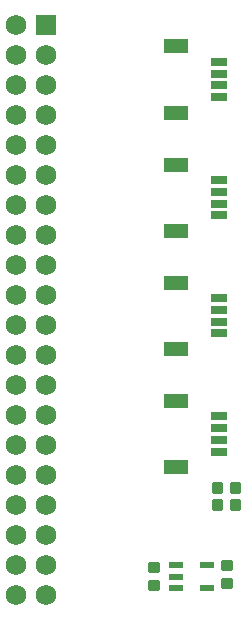
<source format=gbr>
G04 EAGLE Gerber RS-274X export*
G75*
%MOMM*%
%FSLAX34Y34*%
%LPD*%
%AMOC8*
5,1,8,0,0,1.08239X$1,22.5*%
G01*
%ADD10R,1.752600X1.752600*%
%ADD11C,1.752600*%
%ADD12R,1.451600X0.701600*%
%ADD13R,2.101600X1.301600*%
%ADD14R,1.301600X0.501600*%
%ADD15C,0.326897*%


D10*
X43700Y496300D03*
D11*
X43700Y470900D03*
X43700Y445500D03*
X43700Y420100D03*
X43700Y394700D03*
X43700Y369300D03*
X43700Y343900D03*
X43700Y318500D03*
X43700Y293100D03*
X43700Y267700D03*
X43700Y242300D03*
X43700Y216900D03*
X43700Y191500D03*
X43700Y166100D03*
X43700Y140700D03*
X43700Y115300D03*
X43700Y89900D03*
X43700Y64500D03*
X43700Y39100D03*
X43700Y13700D03*
X18300Y13700D03*
X18300Y39100D03*
X18300Y64500D03*
X18300Y89900D03*
X18300Y115300D03*
X18300Y140700D03*
X18300Y166100D03*
X18300Y191500D03*
X18300Y216900D03*
X18300Y242300D03*
X18300Y267700D03*
X18300Y293100D03*
X18300Y318500D03*
X18300Y343900D03*
X18300Y369300D03*
X18300Y394700D03*
X18300Y420100D03*
X18300Y445500D03*
X18300Y470900D03*
X18300Y496300D03*
D12*
X190000Y365000D03*
X190000Y355000D03*
X190000Y345000D03*
X190000Y335000D03*
D13*
X153250Y322000D03*
X153250Y378000D03*
D12*
X190000Y465000D03*
X190000Y455000D03*
X190000Y445000D03*
X190000Y435000D03*
D13*
X153250Y422000D03*
X153250Y478000D03*
D12*
X190000Y165000D03*
X190000Y155000D03*
X190000Y145000D03*
X190000Y135000D03*
D13*
X153250Y122000D03*
X153250Y178000D03*
D12*
X190000Y265000D03*
X190000Y255000D03*
X190000Y245000D03*
X190000Y235000D03*
D13*
X153250Y222000D03*
X153250Y278000D03*
D14*
X153633Y38610D03*
X153633Y29110D03*
X153633Y19610D03*
X179635Y19610D03*
X179635Y38610D03*
D15*
X138433Y24909D02*
X138433Y18271D01*
X131795Y18271D01*
X131795Y24909D01*
X138433Y24909D01*
X138433Y21377D02*
X131795Y21377D01*
X131795Y24483D02*
X138433Y24483D01*
X138433Y33511D02*
X138433Y40149D01*
X138433Y33511D02*
X131795Y33511D01*
X131795Y40149D01*
X138433Y40149D01*
X138433Y36617D02*
X131795Y36617D01*
X131795Y39723D02*
X138433Y39723D01*
X199797Y26687D02*
X199797Y20049D01*
X193159Y20049D01*
X193159Y26687D01*
X199797Y26687D01*
X199797Y23155D02*
X193159Y23155D01*
X193159Y26261D02*
X199797Y26261D01*
X199797Y35289D02*
X199797Y41927D01*
X199797Y35289D02*
X193159Y35289D01*
X193159Y41927D01*
X199797Y41927D01*
X199797Y38395D02*
X193159Y38395D01*
X193159Y41501D02*
X199797Y41501D01*
X192041Y86597D02*
X185403Y86597D01*
X185403Y93235D01*
X192041Y93235D01*
X192041Y86597D01*
X192041Y89703D02*
X185403Y89703D01*
X185403Y92809D02*
X192041Y92809D01*
X200643Y86597D02*
X207281Y86597D01*
X200643Y86597D02*
X200643Y93235D01*
X207281Y93235D01*
X207281Y86597D01*
X207281Y89703D02*
X200643Y89703D01*
X200643Y92809D02*
X207281Y92809D01*
X192041Y101075D02*
X185403Y101075D01*
X185403Y107713D01*
X192041Y107713D01*
X192041Y101075D01*
X192041Y104181D02*
X185403Y104181D01*
X185403Y107287D02*
X192041Y107287D01*
X200643Y101075D02*
X207281Y101075D01*
X200643Y101075D02*
X200643Y107713D01*
X207281Y107713D01*
X207281Y101075D01*
X207281Y104181D02*
X200643Y104181D01*
X200643Y107287D02*
X207281Y107287D01*
M02*

</source>
